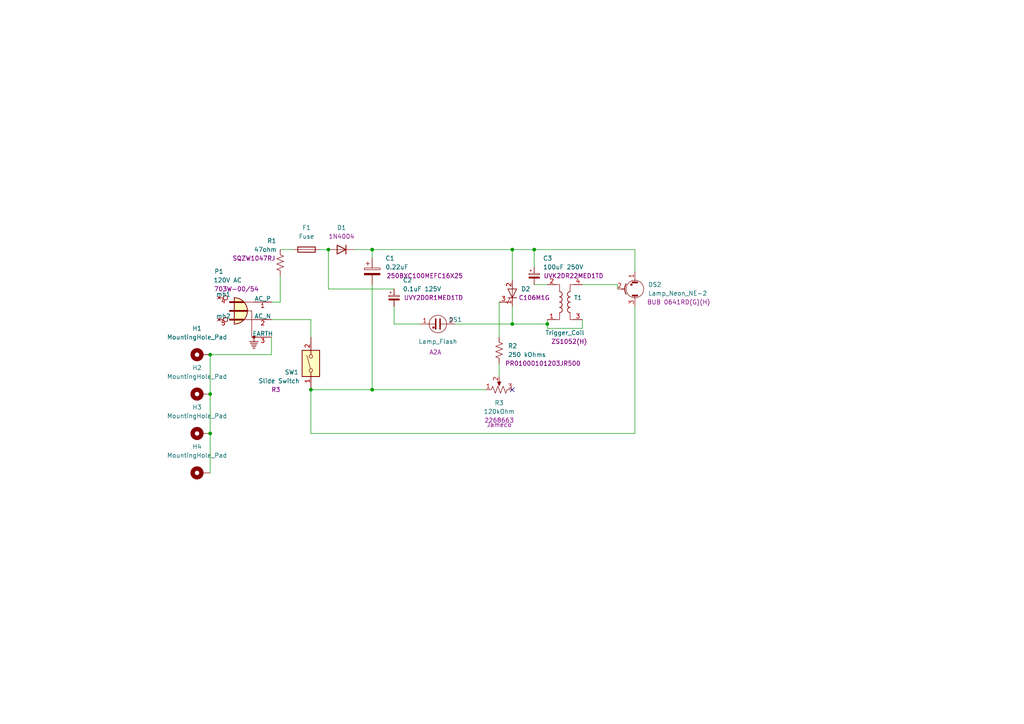
<source format=kicad_sch>
(kicad_sch (version 20211123) (generator eeschema)

  (uuid 9f4d4cbe-3e18-40bd-a5bd-27b74c8f4bb2)

  (paper "A4")

  (lib_symbols
    (symbol "Connector:Conn_WallPlug_Earth" (pin_names (offset 0)) (in_bom yes) (on_board yes)
      (property "Reference" "P1" (id 0) (at -7.62 11.43 0)
        (effects (font (size 1.27 1.27)))
      )
      (property "Value" "120V AC" (id 1) (at -5.08 8.89 0)
        (effects (font (size 1.27 1.27)))
      )
      (property "Footprint" "MyInv:703W-00_54" (id 2) (at 10.16 0 0)
        (effects (font (size 1.27 1.27)) hide)
      )
      (property "Datasheet" "https://www.qualtekusa.com/images/AC_Receptacles/pdfs/703w0054.pdf" (id 3) (at 10.16 0 0)
        (effects (font (size 1.27 1.27)) hide)
      )
      (property "Part" "703W-00/54" (id 4) (at -2.54 6.35 0)
        (effects (font (size 1.27 1.27)))
      )
      (property "ki_keywords" "wall plug 110VAC 220VAC" (id 5) (at 0 0 0)
        (effects (font (size 1.27 1.27)) hide)
      )
      (property "ki_description" "3-pin general wall plug, with Earth wire (110VAC, 220VAC)" (id 6) (at 0 0 0)
        (effects (font (size 1.27 1.27)) hide)
      )
      (symbol "Conn_WallPlug_Earth_0_1"
        (arc (start -3.175 -3.81) (mid 0.635 0) (end -3.175 3.81)
          (stroke (width 0.254) (type default) (color 0 0 0 0))
          (fill (type background))
        )
        (polyline
          (pts
            (xy -4.445 -2.54)
            (xy -0.635 -2.54)
          )
          (stroke (width 0.508) (type default) (color 0 0 0 0))
          (fill (type none))
        )
        (polyline
          (pts
            (xy -4.445 0)
            (xy 0.508 0)
          )
          (stroke (width 0.508) (type default) (color 0 0 0 0))
          (fill (type none))
        )
        (polyline
          (pts
            (xy -4.445 2.54)
            (xy -0.635 2.54)
          )
          (stroke (width 0.508) (type default) (color 0 0 0 0))
          (fill (type none))
        )
        (polyline
          (pts
            (xy -3.175 -3.81)
            (xy -3.175 3.81)
          )
          (stroke (width 0.254) (type default) (color 0 0 0 0))
          (fill (type none))
        )
        (polyline
          (pts
            (xy -0.635 -2.54)
            (xy 2.54 -2.54)
          )
          (stroke (width 0) (type default) (color 0 0 0 0))
          (fill (type none))
        )
        (polyline
          (pts
            (xy -0.635 2.54)
            (xy 2.54 2.54)
          )
          (stroke (width 0) (type default) (color 0 0 0 0))
          (fill (type none))
        )
        (polyline
          (pts
            (xy 1.524 -9.398)
            (xy 3.556 -9.398)
          )
          (stroke (width 0.2032) (type default) (color 0 0 0 0))
          (fill (type none))
        )
        (polyline
          (pts
            (xy 1.778 -9.906)
            (xy 3.302 -9.906)
          )
          (stroke (width 0.2032) (type default) (color 0 0 0 0))
          (fill (type none))
        )
        (polyline
          (pts
            (xy 2.032 -10.414)
            (xy 3.048 -10.414)
          )
          (stroke (width 0.2032) (type default) (color 0 0 0 0))
          (fill (type none))
        )
        (polyline
          (pts
            (xy 2.286 -10.922)
            (xy 2.794 -10.922)
          )
          (stroke (width 0.2032) (type default) (color 0 0 0 0))
          (fill (type none))
        )
        (polyline
          (pts
            (xy 2.54 -7.62)
            (xy 2.54 -8.89)
          )
          (stroke (width 0.2032) (type default) (color 0 0 0 0))
          (fill (type none))
        )
        (polyline
          (pts
            (xy 3.81 -8.89)
            (xy 1.27 -8.89)
          )
          (stroke (width 0.2032) (type default) (color 0 0 0 0))
          (fill (type none))
        )
        (polyline
          (pts
            (xy 2.54 -7.62)
            (xy 1.905 -7.62)
            (xy 1.905 0)
            (xy -4.445 0)
          )
          (stroke (width 0) (type default) (color 0 0 0 0))
          (fill (type none))
        )
        (circle (center 2.54 -7.62) (radius 0.3556)
          (stroke (width 0) (type default) (color 0 0 0 0))
          (fill (type outline))
        )
      )
      (symbol "Conn_WallPlug_Earth_1_1"
        (pin power_out line (at 7.62 2.54 180) (length 5.08)
          (name "AC_P" (effects (font (size 1.27 1.27))))
          (number "1" (effects (font (size 1.27 1.27))))
        )
        (pin power_out line (at 7.62 -2.54 180) (length 5.08)
          (name "AC_N" (effects (font (size 1.27 1.27))))
          (number "2" (effects (font (size 1.27 1.27))))
        )
        (pin passive line (at 7.62 -7.62 180) (length 5.08)
          (name "EARTH" (effects (font (size 1.27 1.27))))
          (number "3" (effects (font (size 1.27 1.27))))
        )
        (pin no_connect inverted (at -7.62 3.81 0) (length 2.54)
          (name "mh1" (effects (font (size 1.27 1.27))))
          (number "4" (effects (font (size 1.27 1.27))))
        )
        (pin no_connect inverted (at -7.62 -2.54 0) (length 2.54)
          (name "mh2" (effects (font (size 1.27 1.27))))
          (number "5" (effects (font (size 1.27 1.27))))
        )
      )
    )
    (symbol "Device:C_Polarized" (pin_numbers hide) (pin_names (offset 0.254)) (in_bom yes) (on_board yes)
      (property "Reference" "C" (id 0) (at 0.635 2.54 0)
        (effects (font (size 1.27 1.27)) (justify left))
      )
      (property "Value" "C_Polarized" (id 1) (at 0.635 -2.54 0)
        (effects (font (size 1.27 1.27)) (justify left))
      )
      (property "Footprint" "" (id 2) (at 0.9652 -3.81 0)
        (effects (font (size 1.27 1.27)) hide)
      )
      (property "Datasheet" "~" (id 3) (at 0 0 0)
        (effects (font (size 1.27 1.27)) hide)
      )
      (property "ki_keywords" "cap capacitor" (id 4) (at 0 0 0)
        (effects (font (size 1.27 1.27)) hide)
      )
      (property "ki_description" "Polarized capacitor" (id 5) (at 0 0 0)
        (effects (font (size 1.27 1.27)) hide)
      )
      (property "ki_fp_filters" "CP_*" (id 6) (at 0 0 0)
        (effects (font (size 1.27 1.27)) hide)
      )
      (symbol "C_Polarized_0_1"
        (rectangle (start -2.286 0.508) (end 2.286 1.016)
          (stroke (width 0) (type default) (color 0 0 0 0))
          (fill (type none))
        )
        (polyline
          (pts
            (xy -1.778 2.286)
            (xy -0.762 2.286)
          )
          (stroke (width 0) (type default) (color 0 0 0 0))
          (fill (type none))
        )
        (polyline
          (pts
            (xy -1.27 2.794)
            (xy -1.27 1.778)
          )
          (stroke (width 0) (type default) (color 0 0 0 0))
          (fill (type none))
        )
        (rectangle (start 2.286 -0.508) (end -2.286 -1.016)
          (stroke (width 0) (type default) (color 0 0 0 0))
          (fill (type outline))
        )
      )
      (symbol "C_Polarized_1_1"
        (pin passive line (at 0 3.81 270) (length 2.794)
          (name "~" (effects (font (size 1.27 1.27))))
          (number "1" (effects (font (size 1.27 1.27))))
        )
        (pin passive line (at 0 -3.81 90) (length 2.794)
          (name "~" (effects (font (size 1.27 1.27))))
          (number "2" (effects (font (size 1.27 1.27))))
        )
      )
    )
    (symbol "Device:C_Polarized_Small" (pin_numbers hide) (pin_names (offset 0.254) hide) (in_bom yes) (on_board yes)
      (property "Reference" "C" (id 0) (at 0.254 1.778 0)
        (effects (font (size 1.27 1.27)) (justify left))
      )
      (property "Value" "C_Polarized_Small" (id 1) (at 0.254 -2.032 0)
        (effects (font (size 1.27 1.27)) (justify left))
      )
      (property "Footprint" "" (id 2) (at 0 0 0)
        (effects (font (size 1.27 1.27)) hide)
      )
      (property "Datasheet" "~" (id 3) (at 0 0 0)
        (effects (font (size 1.27 1.27)) hide)
      )
      (property "ki_keywords" "cap capacitor" (id 4) (at 0 0 0)
        (effects (font (size 1.27 1.27)) hide)
      )
      (property "ki_description" "Polarized capacitor, small symbol" (id 5) (at 0 0 0)
        (effects (font (size 1.27 1.27)) hide)
      )
      (property "ki_fp_filters" "CP_*" (id 6) (at 0 0 0)
        (effects (font (size 1.27 1.27)) hide)
      )
      (symbol "C_Polarized_Small_0_1"
        (rectangle (start -1.524 -0.3048) (end 1.524 -0.6858)
          (stroke (width 0) (type default) (color 0 0 0 0))
          (fill (type outline))
        )
        (rectangle (start -1.524 0.6858) (end 1.524 0.3048)
          (stroke (width 0) (type default) (color 0 0 0 0))
          (fill (type none))
        )
        (polyline
          (pts
            (xy -1.27 1.524)
            (xy -0.762 1.524)
          )
          (stroke (width 0) (type default) (color 0 0 0 0))
          (fill (type none))
        )
        (polyline
          (pts
            (xy -1.016 1.27)
            (xy -1.016 1.778)
          )
          (stroke (width 0) (type default) (color 0 0 0 0))
          (fill (type none))
        )
      )
      (symbol "C_Polarized_Small_1_1"
        (pin passive line (at 0 2.54 270) (length 1.8542)
          (name "~" (effects (font (size 1.27 1.27))))
          (number "1" (effects (font (size 1.27 1.27))))
        )
        (pin passive line (at 0 -2.54 90) (length 1.8542)
          (name "~" (effects (font (size 1.27 1.27))))
          (number "2" (effects (font (size 1.27 1.27))))
        )
      )
    )
    (symbol "Device:Fuse" (pin_numbers hide) (pin_names (offset 0)) (in_bom yes) (on_board yes)
      (property "Reference" "F" (id 0) (at 2.032 0 90)
        (effects (font (size 1.27 1.27)))
      )
      (property "Value" "Fuse" (id 1) (at -1.905 0 90)
        (effects (font (size 1.27 1.27)))
      )
      (property "Footprint" "" (id 2) (at -1.778 0 90)
        (effects (font (size 1.27 1.27)) hide)
      )
      (property "Datasheet" "~" (id 3) (at 0 0 0)
        (effects (font (size 1.27 1.27)) hide)
      )
      (property "ki_keywords" "fuse" (id 4) (at 0 0 0)
        (effects (font (size 1.27 1.27)) hide)
      )
      (property "ki_description" "Fuse" (id 5) (at 0 0 0)
        (effects (font (size 1.27 1.27)) hide)
      )
      (property "ki_fp_filters" "*Fuse*" (id 6) (at 0 0 0)
        (effects (font (size 1.27 1.27)) hide)
      )
      (symbol "Fuse_0_1"
        (rectangle (start -0.762 -2.54) (end 0.762 2.54)
          (stroke (width 0.254) (type default) (color 0 0 0 0))
          (fill (type none))
        )
        (polyline
          (pts
            (xy 0 2.54)
            (xy 0 -2.54)
          )
          (stroke (width 0) (type default) (color 0 0 0 0))
          (fill (type none))
        )
      )
      (symbol "Fuse_1_1"
        (pin passive line (at 0 3.81 270) (length 1.27)
          (name "~" (effects (font (size 1.27 1.27))))
          (number "1" (effects (font (size 1.27 1.27))))
        )
        (pin passive line (at 0 -3.81 90) (length 1.27)
          (name "~" (effects (font (size 1.27 1.27))))
          (number "2" (effects (font (size 1.27 1.27))))
        )
      )
    )
    (symbol "Device:Lamp_Flash" (pin_names (offset 0.0254) hide) (in_bom yes) (on_board yes)
      (property "Reference" "LA" (id 0) (at 0.635 3.81 0)
        (effects (font (size 1.27 1.27)) (justify left))
      )
      (property "Value" "Lamp_Flash" (id 1) (at 0.635 -3.81 0)
        (effects (font (size 1.27 1.27)) (justify left))
      )
      (property "Footprint" "" (id 2) (at 0 2.54 90)
        (effects (font (size 1.27 1.27)) hide)
      )
      (property "Datasheet" "~" (id 3) (at 0 2.54 90)
        (effects (font (size 1.27 1.27)) hide)
      )
      (property "ki_keywords" "flash lamp" (id 4) (at 0 0 0)
        (effects (font (size 1.27 1.27)) hide)
      )
      (property "ki_description" "Flash lamp tube" (id 5) (at 0 0 0)
        (effects (font (size 1.27 1.27)) hide)
      )
      (symbol "Lamp_Flash_0_0"
        (rectangle (start -0.762 -1.778) (end 0.762 -2.032)
          (stroke (width 0.254) (type default) (color 0 0 0 0))
          (fill (type outline))
        )
        (rectangle (start -0.762 2.032) (end 0.762 1.778)
          (stroke (width 0.254) (type default) (color 0 0 0 0))
          (fill (type outline))
        )
        (polyline
          (pts
            (xy 3.048 0)
            (xy 3.81 0)
          )
          (stroke (width 0.254) (type default) (color 0 0 0 0))
          (fill (type none))
        )
        (arc (start 2.54 -1.524) (mid 2.9621 0) (end 2.54 1.524)
          (stroke (width 0.254) (type default) (color 0 0 0 0))
          (fill (type none))
        )
      )
      (symbol "Lamp_Flash_0_1"
        (polyline
          (pts
            (xy 0 -2.54)
            (xy 0 -2.032)
          )
          (stroke (width 0) (type default) (color 0 0 0 0))
          (fill (type none))
        )
        (polyline
          (pts
            (xy 0 2.54)
            (xy 0 2.032)
          )
          (stroke (width 0) (type default) (color 0 0 0 0))
          (fill (type none))
        )
        (circle (center 0 0) (radius 2.54)
          (stroke (width 0) (type default) (color 0 0 0 0))
          (fill (type none))
        )
        (circle (center 1.016 -1.27) (radius 0.254)
          (stroke (width 0) (type default) (color 0 0 0 0))
          (fill (type outline))
        )
      )
      (symbol "Lamp_Flash_1_1"
        (pin passive line (at 0 -5.08 90) (length 2.54)
          (name "~" (effects (font (size 1.27 1.27))))
          (number "1" (effects (font (size 1.27 1.27))))
        )
        (pin passive line (at 5.08 0 180) (length 1.27)
          (name "~" (effects (font (size 1.27 1.27))))
          (number "2" (effects (font (size 1.27 1.27))))
        )
        (pin passive line (at 0 5.08 270) (length 2.54)
          (name "~" (effects (font (size 1.27 1.27))))
          (number "3" (effects (font (size 1.27 1.27))))
        )
      )
    )
    (symbol "Device:Lamp_Neon" (pin_names (offset 0.0254) hide) (in_bom yes) (on_board yes)
      (property "Reference" "NE" (id 0) (at 0.635 3.81 0)
        (effects (font (size 1.27 1.27)) (justify left))
      )
      (property "Value" "Lamp_Neon" (id 1) (at 0.635 -3.81 0)
        (effects (font (size 1.27 1.27)) (justify left))
      )
      (property "Footprint" "" (id 2) (at 0 2.54 90)
        (effects (font (size 1.27 1.27)) hide)
      )
      (property "Datasheet" "~" (id 3) (at 0 2.54 90)
        (effects (font (size 1.27 1.27)) hide)
      )
      (property "ki_keywords" "neon lamp" (id 4) (at 0 0 0)
        (effects (font (size 1.27 1.27)) hide)
      )
      (property "ki_description" "Neon lamp" (id 5) (at 0 0 0)
        (effects (font (size 1.27 1.27)) hide)
      )
      (symbol "Lamp_Neon_0_1"
        (rectangle (start -1.524 -0.508) (end 1.524 -0.762)
          (stroke (width 0) (type default) (color 0 0 0 0))
          (fill (type outline))
        )
        (rectangle (start -1.524 0.762) (end 1.524 0.508)
          (stroke (width 0) (type default) (color 0 0 0 0))
          (fill (type outline))
        )
        (polyline
          (pts
            (xy 0 -2.54)
            (xy 0 -0.762)
          )
          (stroke (width 0) (type default) (color 0 0 0 0))
          (fill (type none))
        )
        (polyline
          (pts
            (xy 0 0.762)
            (xy 0 2.54)
          )
          (stroke (width 0) (type default) (color 0 0 0 0))
          (fill (type none))
        )
        (circle (center 0 0) (radius 2.54)
          (stroke (width 0) (type default) (color 0 0 0 0))
          (fill (type none))
        )
        (circle (center 1.016 -1.27) (radius 0.254)
          (stroke (width 0) (type default) (color 0 0 0 0))
          (fill (type outline))
        )
      )
      (symbol "Lamp_Neon_1_1"
        (pin passive line (at 0 -5.08 90) (length 2.54)
          (name "~" (effects (font (size 1.27 1.27))))
          (number "1" (effects (font (size 1.27 1.27))))
        )
        (pin passive line (at 0 5.08 270) (length 2.54)
          (name "~" (effects (font (size 1.27 1.27))))
          (number "2" (effects (font (size 1.27 1.27))))
        )
      )
    )
    (symbol "Device:R_Potentiometer_US" (pin_names (offset 1.016) hide) (in_bom yes) (on_board yes)
      (property "Reference" "RV" (id 0) (at -4.445 0 90)
        (effects (font (size 1.27 1.27)))
      )
      (property "Value" "R_Potentiometer_US" (id 1) (at -2.54 0 90)
        (effects (font (size 1.27 1.27)))
      )
      (property "Footprint" "" (id 2) (at 0 0 0)
        (effects (font (size 1.27 1.27)) hide)
      )
      (property "Datasheet" "~" (id 3) (at 0 0 0)
        (effects (font (size 1.27 1.27)) hide)
      )
      (property "ki_keywords" "resistor variable" (id 4) (at 0 0 0)
        (effects (font (size 1.27 1.27)) hide)
      )
      (property "ki_description" "Potentiometer, US symbol" (id 5) (at 0 0 0)
        (effects (font (size 1.27 1.27)) hide)
      )
      (property "ki_fp_filters" "Potentiometer*" (id 6) (at 0 0 0)
        (effects (font (size 1.27 1.27)) hide)
      )
      (symbol "R_Potentiometer_US_0_1"
        (polyline
          (pts
            (xy 0 -2.286)
            (xy 0 -2.54)
          )
          (stroke (width 0) (type default) (color 0 0 0 0))
          (fill (type none))
        )
        (polyline
          (pts
            (xy 0 2.54)
            (xy 0 2.286)
          )
          (stroke (width 0) (type default) (color 0 0 0 0))
          (fill (type none))
        )
        (polyline
          (pts
            (xy 2.54 0)
            (xy 1.524 0)
          )
          (stroke (width 0) (type default) (color 0 0 0 0))
          (fill (type none))
        )
        (polyline
          (pts
            (xy 1.143 0)
            (xy 2.286 0.508)
            (xy 2.286 -0.508)
            (xy 1.143 0)
          )
          (stroke (width 0) (type default) (color 0 0 0 0))
          (fill (type outline))
        )
        (polyline
          (pts
            (xy 0 -0.762)
            (xy 1.016 -1.143)
            (xy 0 -1.524)
            (xy -1.016 -1.905)
            (xy 0 -2.286)
          )
          (stroke (width 0) (type default) (color 0 0 0 0))
          (fill (type none))
        )
        (polyline
          (pts
            (xy 0 0.762)
            (xy 1.016 0.381)
            (xy 0 0)
            (xy -1.016 -0.381)
            (xy 0 -0.762)
          )
          (stroke (width 0) (type default) (color 0 0 0 0))
          (fill (type none))
        )
        (polyline
          (pts
            (xy 0 2.286)
            (xy 1.016 1.905)
            (xy 0 1.524)
            (xy -1.016 1.143)
            (xy 0 0.762)
          )
          (stroke (width 0) (type default) (color 0 0 0 0))
          (fill (type none))
        )
      )
      (symbol "R_Potentiometer_US_1_1"
        (pin passive line (at 0 3.81 270) (length 1.27)
          (name "1" (effects (font (size 1.27 1.27))))
          (number "1" (effects (font (size 1.27 1.27))))
        )
        (pin passive line (at 3.81 0 180) (length 1.27)
          (name "2" (effects (font (size 1.27 1.27))))
          (number "2" (effects (font (size 1.27 1.27))))
        )
        (pin passive line (at 0 -3.81 90) (length 1.27)
          (name "3" (effects (font (size 1.27 1.27))))
          (number "3" (effects (font (size 1.27 1.27))))
        )
      )
    )
    (symbol "Device:R_US" (pin_numbers hide) (pin_names (offset 0)) (in_bom yes) (on_board yes)
      (property "Reference" "R" (id 0) (at 2.54 0 90)
        (effects (font (size 1.27 1.27)))
      )
      (property "Value" "R_US" (id 1) (at -2.54 0 90)
        (effects (font (size 1.27 1.27)))
      )
      (property "Footprint" "" (id 2) (at 1.016 -0.254 90)
        (effects (font (size 1.27 1.27)) hide)
      )
      (property "Datasheet" "~" (id 3) (at 0 0 0)
        (effects (font (size 1.27 1.27)) hide)
      )
      (property "ki_keywords" "R res resistor" (id 4) (at 0 0 0)
        (effects (font (size 1.27 1.27)) hide)
      )
      (property "ki_description" "Resistor, US symbol" (id 5) (at 0 0 0)
        (effects (font (size 1.27 1.27)) hide)
      )
      (property "ki_fp_filters" "R_*" (id 6) (at 0 0 0)
        (effects (font (size 1.27 1.27)) hide)
      )
      (symbol "R_US_0_1"
        (polyline
          (pts
            (xy 0 -2.286)
            (xy 0 -2.54)
          )
          (stroke (width 0) (type default) (color 0 0 0 0))
          (fill (type none))
        )
        (polyline
          (pts
            (xy 0 2.286)
            (xy 0 2.54)
          )
          (stroke (width 0) (type default) (color 0 0 0 0))
          (fill (type none))
        )
        (polyline
          (pts
            (xy 0 -0.762)
            (xy 1.016 -1.143)
            (xy 0 -1.524)
            (xy -1.016 -1.905)
            (xy 0 -2.286)
          )
          (stroke (width 0) (type default) (color 0 0 0 0))
          (fill (type none))
        )
        (polyline
          (pts
            (xy 0 0.762)
            (xy 1.016 0.381)
            (xy 0 0)
            (xy -1.016 -0.381)
            (xy 0 -0.762)
          )
          (stroke (width 0) (type default) (color 0 0 0 0))
          (fill (type none))
        )
        (polyline
          (pts
            (xy 0 2.286)
            (xy 1.016 1.905)
            (xy 0 1.524)
            (xy -1.016 1.143)
            (xy 0 0.762)
          )
          (stroke (width 0) (type default) (color 0 0 0 0))
          (fill (type none))
        )
      )
      (symbol "R_US_1_1"
        (pin passive line (at 0 3.81 270) (length 1.27)
          (name "~" (effects (font (size 1.27 1.27))))
          (number "1" (effects (font (size 1.27 1.27))))
        )
        (pin passive line (at 0 -3.81 90) (length 1.27)
          (name "~" (effects (font (size 1.27 1.27))))
          (number "2" (effects (font (size 1.27 1.27))))
        )
      )
    )
    (symbol "Diode:1N4004" (pin_numbers hide) (pin_names (offset 1.016) hide) (in_bom yes) (on_board yes)
      (property "Reference" "D" (id 0) (at 0 2.54 0)
        (effects (font (size 1.27 1.27)))
      )
      (property "Value" "1N4004" (id 1) (at 0 -2.54 0)
        (effects (font (size 1.27 1.27)))
      )
      (property "Footprint" "Diode_THT:D_DO-41_SOD81_P10.16mm_Horizontal" (id 2) (at 0 -4.445 0)
        (effects (font (size 1.27 1.27)) hide)
      )
      (property "Datasheet" "http://www.vishay.com/docs/88503/1n4001.pdf" (id 3) (at 0 0 0)
        (effects (font (size 1.27 1.27)) hide)
      )
      (property "ki_keywords" "diode" (id 4) (at 0 0 0)
        (effects (font (size 1.27 1.27)) hide)
      )
      (property "ki_description" "400V 1A General Purpose Rectifier Diode, DO-41" (id 5) (at 0 0 0)
        (effects (font (size 1.27 1.27)) hide)
      )
      (property "ki_fp_filters" "D*DO?41*" (id 6) (at 0 0 0)
        (effects (font (size 1.27 1.27)) hide)
      )
      (symbol "1N4004_0_1"
        (polyline
          (pts
            (xy -1.27 1.27)
            (xy -1.27 -1.27)
          )
          (stroke (width 0.254) (type default) (color 0 0 0 0))
          (fill (type none))
        )
        (polyline
          (pts
            (xy 1.27 0)
            (xy -1.27 0)
          )
          (stroke (width 0) (type default) (color 0 0 0 0))
          (fill (type none))
        )
        (polyline
          (pts
            (xy 1.27 1.27)
            (xy 1.27 -1.27)
            (xy -1.27 0)
            (xy 1.27 1.27)
          )
          (stroke (width 0.254) (type default) (color 0 0 0 0))
          (fill (type none))
        )
      )
      (symbol "1N4004_1_1"
        (pin passive line (at -3.81 0 0) (length 2.54)
          (name "K" (effects (font (size 1.27 1.27))))
          (number "1" (effects (font (size 1.27 1.27))))
        )
        (pin passive line (at 3.81 0 180) (length 2.54)
          (name "A" (effects (font (size 1.27 1.27))))
          (number "2" (effects (font (size 1.27 1.27))))
        )
      )
    )
    (symbol "Mechanical:MountingHole_Pad" (pin_numbers hide) (pin_names (offset 1.016) hide) (in_bom yes) (on_board yes)
      (property "Reference" "H" (id 0) (at 0 6.35 0)
        (effects (font (size 1.27 1.27)))
      )
      (property "Value" "MountingHole_Pad" (id 1) (at 0 4.445 0)
        (effects (font (size 1.27 1.27)))
      )
      (property "Footprint" "" (id 2) (at 0 0 0)
        (effects (font (size 1.27 1.27)) hide)
      )
      (property "Datasheet" "~" (id 3) (at 0 0 0)
        (effects (font (size 1.27 1.27)) hide)
      )
      (property "ki_keywords" "mounting hole" (id 4) (at 0 0 0)
        (effects (font (size 1.27 1.27)) hide)
      )
      (property "ki_description" "Mounting Hole with connection" (id 5) (at 0 0 0)
        (effects (font (size 1.27 1.27)) hide)
      )
      (property "ki_fp_filters" "MountingHole*Pad*" (id 6) (at 0 0 0)
        (effects (font (size 1.27 1.27)) hide)
      )
      (symbol "MountingHole_Pad_0_1"
        (circle (center 0 1.27) (radius 1.27)
          (stroke (width 1.27) (type default) (color 0 0 0 0))
          (fill (type none))
        )
      )
      (symbol "MountingHole_Pad_1_1"
        (pin input line (at 0 -2.54 90) (length 2.54)
          (name "1" (effects (font (size 1.27 1.27))))
          (number "1" (effects (font (size 1.27 1.27))))
        )
      )
    )
    (symbol "My_Inv:Trigger_Coil" (pin_names (offset 1)) (in_bom yes) (on_board yes)
      (property "Reference" "T" (id 0) (at 0 0 0)
        (effects (font (size 1.27 1.27)))
      )
      (property "Value" "Trigger_Coil" (id 1) (at 0 0 0)
        (effects (font (size 1.27 1.27)))
      )
      (property "Footprint" "" (id 2) (at 0 0 0)
        (effects (font (size 1.27 1.27)) hide)
      )
      (property "Datasheet" "" (id 3) (at 0 0 0)
        (effects (font (size 1.27 1.27)) hide)
      )
      (symbol "Trigger_Coil_0_1"
        (arc (start -1.524 4.572) (mid -0.762 5.334) (end -1.524 6.096)
          (stroke (width 0.2032) (type default) (color 0 0 0 0))
          (fill (type none))
        )
        (arc (start -1.524 6.096) (mid -0.762 6.858) (end -1.524 7.62)
          (stroke (width 0.2032) (type default) (color 0 0 0 0))
          (fill (type none))
        )
        (arc (start -1.524 7.62) (mid -0.762 8.382) (end -1.524 9.144)
          (stroke (width 0.2032) (type default) (color 0 0 0 0))
          (fill (type none))
        )
        (arc (start -1.524 9.144) (mid -0.762 9.906) (end -1.524 10.668)
          (stroke (width 0.2032) (type default) (color 0 0 0 0))
          (fill (type none))
        )
        (polyline
          (pts
            (xy -2.54 12.7)
            (xy -1.524 12.7)
            (xy -1.524 10.668)
          )
          (stroke (width 0.1524) (type default) (color 0 0 0 0))
          (fill (type none))
        )
        (polyline
          (pts
            (xy -1.524 4.572)
            (xy -1.524 2.54)
            (xy -2.54 2.54)
          )
          (stroke (width 0.1524) (type default) (color 0 0 0 0))
          (fill (type none))
        )
        (polyline
          (pts
            (xy 1.524 10.668)
            (xy 1.524 12.7)
            (xy 2.54 12.7)
          )
          (stroke (width 0.1524) (type default) (color 0 0 0 0))
          (fill (type none))
        )
        (polyline
          (pts
            (xy 2.54 2.54)
            (xy 1.524 2.54)
            (xy 1.524 4.572)
          )
          (stroke (width 0.1524) (type default) (color 0 0 0 0))
          (fill (type none))
        )
        (arc (start 1.524 6.096) (mid 0.762 5.334) (end 1.524 4.572)
          (stroke (width 0.2032) (type default) (color 0 0 0 0))
          (fill (type none))
        )
        (arc (start 1.524 7.62) (mid 0.762 6.858) (end 1.524 6.096)
          (stroke (width 0.2032) (type default) (color 0 0 0 0))
          (fill (type none))
        )
        (arc (start 1.524 9.144) (mid 0.762 8.382) (end 1.524 7.62)
          (stroke (width 0.2032) (type default) (color 0 0 0 0))
          (fill (type none))
        )
        (arc (start 1.524 10.668) (mid 0.762 9.906) (end 1.524 9.144)
          (stroke (width 0.2032) (type default) (color 0 0 0 0))
          (fill (type none))
        )
      )
      (symbol "Trigger_Coil_1_1"
        (pin power_in line (at -5.08 2.54 0) (length 2.54)
          (name "~" (effects (font (size 1.27 1.27))))
          (number "1" (effects (font (size 1.27 1.27))))
        )
        (pin power_in line (at -5.08 12.7 0) (length 2.54)
          (name "~" (effects (font (size 1.27 1.27))))
          (number "2" (effects (font (size 1.27 1.27))))
        )
        (pin power_out line (at 5.08 2.54 180) (length 2.54)
          (name "~" (effects (font (size 1.27 1.27))))
          (number "3" (effects (font (size 1.27 1.27))))
        )
        (pin power_out line (at 5.08 12.7 180) (length 2.54)
          (name "~" (effects (font (size 1.27 1.27))))
          (number "4" (effects (font (size 1.27 1.27))))
        )
      )
    )
    (symbol "Switch:SW_DIP_x01" (pin_names (offset 0) hide) (in_bom yes) (on_board yes)
      (property "Reference" "SW" (id 0) (at 0 3.81 0)
        (effects (font (size 1.27 1.27)))
      )
      (property "Value" "SW_DIP_x01" (id 1) (at 0 -3.81 0)
        (effects (font (size 1.27 1.27)))
      )
      (property "Footprint" "" (id 2) (at 0 0 0)
        (effects (font (size 1.27 1.27)) hide)
      )
      (property "Datasheet" "~" (id 3) (at 0 0 0)
        (effects (font (size 1.27 1.27)) hide)
      )
      (property "ki_keywords" "dip switch" (id 4) (at 0 0 0)
        (effects (font (size 1.27 1.27)) hide)
      )
      (property "ki_description" "1x DIP Switch, Single Pole Single Throw (SPST) switch, small symbol" (id 5) (at 0 0 0)
        (effects (font (size 1.27 1.27)) hide)
      )
      (property "ki_fp_filters" "SW?DIP?x1*" (id 6) (at 0 0 0)
        (effects (font (size 1.27 1.27)) hide)
      )
      (symbol "SW_DIP_x01_0_0"
        (circle (center -2.032 0) (radius 0.508)
          (stroke (width 0) (type default) (color 0 0 0 0))
          (fill (type none))
        )
        (polyline
          (pts
            (xy -1.524 0.127)
            (xy 2.3622 1.1684)
          )
          (stroke (width 0) (type default) (color 0 0 0 0))
          (fill (type none))
        )
        (circle (center 2.032 0) (radius 0.508)
          (stroke (width 0) (type default) (color 0 0 0 0))
          (fill (type none))
        )
      )
      (symbol "SW_DIP_x01_0_1"
        (rectangle (start -3.81 2.54) (end 3.81 -2.54)
          (stroke (width 0.254) (type default) (color 0 0 0 0))
          (fill (type background))
        )
      )
      (symbol "SW_DIP_x01_1_1"
        (pin passive line (at -7.62 0 0) (length 5.08)
          (name "~" (effects (font (size 1.27 1.27))))
          (number "1" (effects (font (size 1.27 1.27))))
        )
        (pin passive line (at 7.62 0 180) (length 5.08)
          (name "~" (effects (font (size 1.27 1.27))))
          (number "2" (effects (font (size 1.27 1.27))))
        )
      )
    )
    (symbol "Triac_Thyristor:TIC106" (pin_names (offset 0) hide) (in_bom yes) (on_board yes)
      (property "Reference" "Q" (id 0) (at 2.54 1.905 0)
        (effects (font (size 1.27 1.27)) (justify left))
      )
      (property "Value" "TIC106" (id 1) (at 2.54 0 0)
        (effects (font (size 1.27 1.27)) (justify left))
      )
      (property "Footprint" "Package_TO_SOT_THT:TO-220-3_Vertical" (id 2) (at 2.54 -1.905 0)
        (effects (font (size 1.27 1.27) italic) (justify left) hide)
      )
      (property "Datasheet" "http://pdf.datasheetcatalog.com/datasheet/PowerInnovations/mXyzrtvs.pdf" (id 3) (at 0 0 0)
        (effects (font (size 1.27 1.27)) (justify left) hide)
      )
      (property "ki_keywords" "thyristor" (id 4) (at 0 0 0)
        (effects (font (size 1.27 1.27)) hide)
      )
      (property "ki_description" "5A Ion, 400-800V Voff, Silicon Controlled Rectifier (Thyristor), TO-220" (id 5) (at 0 0 0)
        (effects (font (size 1.27 1.27)) hide)
      )
      (property "ki_fp_filters" "TO?220*" (id 6) (at 0 0 0)
        (effects (font (size 1.27 1.27)) hide)
      )
      (symbol "TIC106_0_1"
        (polyline
          (pts
            (xy -1.27 -2.54)
            (xy -0.635 -1.27)
          )
          (stroke (width 0) (type default) (color 0 0 0 0))
          (fill (type none))
        )
        (polyline
          (pts
            (xy -1.27 -1.27)
            (xy 1.27 -1.27)
          )
          (stroke (width 0.2032) (type default) (color 0 0 0 0))
          (fill (type none))
        )
        (polyline
          (pts
            (xy 0 -2.54)
            (xy 0 2.54)
          )
          (stroke (width 0) (type default) (color 0 0 0 0))
          (fill (type none))
        )
        (polyline
          (pts
            (xy -1.27 1.27)
            (xy 1.27 1.27)
            (xy 0 -1.27)
            (xy -1.27 1.27)
          )
          (stroke (width 0.2032) (type default) (color 0 0 0 0))
          (fill (type none))
        )
      )
      (symbol "TIC106_1_1"
        (pin passive line (at 0 -3.81 90) (length 2.54)
          (name "K" (effects (font (size 1.27 1.27))))
          (number "1" (effects (font (size 1.27 1.27))))
        )
        (pin passive line (at 0 3.81 270) (length 2.54)
          (name "A" (effects (font (size 1.27 1.27))))
          (number "2" (effects (font (size 1.27 1.27))))
        )
        (pin input line (at -3.81 -2.54 0) (length 2.54)
          (name "G" (effects (font (size 1.27 1.27))))
          (number "3" (effects (font (size 1.27 1.27))))
        )
      )
    )
  )

  (junction (at 148.59 72.39) (diameter 0) (color 0 0 0 0)
    (uuid 0d66f0cf-8d91-4136-aafd-2d04597c647c)
  )
  (junction (at 107.95 113.03) (diameter 0) (color 0 0 0 0)
    (uuid 0f60a52b-3476-4741-80bd-7d93bd1b5b2d)
  )
  (junction (at 154.94 72.39) (diameter 0) (color 0 0 0 0)
    (uuid 34734ff1-e928-410a-bac2-6d2ebe20abcc)
  )
  (junction (at 158.75 93.98) (diameter 0) (color 0 0 0 0)
    (uuid 4177d068-2773-400a-9d5f-c45b760eb7ed)
  )
  (junction (at 107.95 72.39) (diameter 0) (color 0 0 0 0)
    (uuid 4ba5a976-c4c1-4873-8732-728ef2eef9fc)
  )
  (junction (at 95.25 72.39) (diameter 0) (color 0 0 0 0)
    (uuid 66f14349-c364-4739-9284-0d24a69d8b38)
  )
  (junction (at 60.96 102.87) (diameter 0) (color 0 0 0 0)
    (uuid 8d5475b2-46ce-4f88-b31a-e9bba1858de3)
  )
  (junction (at 60.96 125.73) (diameter 0) (color 0 0 0 0)
    (uuid 8f9b4987-bc96-4013-9f31-6b1854dffbf5)
  )
  (junction (at 60.96 114.3) (diameter 0) (color 0 0 0 0)
    (uuid b768ce63-4996-422b-9116-078203d480aa)
  )
  (junction (at 148.59 93.98) (diameter 0) (color 0 0 0 0)
    (uuid f69756f2-f2c4-43c1-82a5-013bf672028e)
  )
  (junction (at 90.17 113.03) (diameter 0) (color 0 0 0 0)
    (uuid fc9b92f2-da5a-488a-942d-064d591968c7)
  )

  (no_connect (at 148.59 113.03) (uuid 13499bee-26b3-4055-95f3-61b8ff55c1f4))

  (wire (pts (xy 114.3 93.98) (xy 121.92 93.98))
    (stroke (width 0) (type default) (color 0 0 0 0))
    (uuid 031f2168-4e45-4b54-bae3-4c164cc192b5)
  )
  (wire (pts (xy 90.17 113.03) (xy 107.95 113.03))
    (stroke (width 0) (type default) (color 0 0 0 0))
    (uuid 08bbfb3e-083c-4976-b43b-bcb8ee9531f0)
  )
  (wire (pts (xy 158.75 92.71) (xy 158.75 93.98))
    (stroke (width 0) (type default) (color 0 0 0 0))
    (uuid 17b8ebc8-cb94-4a83-9ae7-b17c21ee04d5)
  )
  (wire (pts (xy 107.95 72.39) (xy 107.95 74.93))
    (stroke (width 0) (type default) (color 0 0 0 0))
    (uuid 1d6b98bc-9413-4bd6-9e60-a3a8f7603c83)
  )
  (wire (pts (xy 60.96 102.87) (xy 60.96 114.3))
    (stroke (width 0) (type default) (color 0 0 0 0))
    (uuid 2dbea410-f6fc-47ea-90fa-8c3f2a015f8a)
  )
  (wire (pts (xy 168.91 82.55) (xy 179.07 82.55))
    (stroke (width 0) (type default) (color 0 0 0 0))
    (uuid 3c8b8c4e-f21c-4aaa-ba49-c34dbbfd6063)
  )
  (wire (pts (xy 158.75 95.25) (xy 168.91 95.25))
    (stroke (width 0) (type default) (color 0 0 0 0))
    (uuid 43f7627f-2434-448c-9b05-703925402e7a)
  )
  (wire (pts (xy 154.94 77.47) (xy 154.94 72.39))
    (stroke (width 0) (type default) (color 0 0 0 0))
    (uuid 4b0cca45-2955-4372-8170-f30d1a7ad2ad)
  )
  (wire (pts (xy 60.96 102.87) (xy 78.74 102.87))
    (stroke (width 0) (type default) (color 0 0 0 0))
    (uuid 5eb1451c-da49-47b1-8ad9-8a17822b9d0a)
  )
  (wire (pts (xy 154.94 72.39) (xy 184.15 72.39))
    (stroke (width 0) (type default) (color 0 0 0 0))
    (uuid 5ff718ad-8180-4b11-9654-0317b25264aa)
  )
  (wire (pts (xy 158.75 93.98) (xy 158.75 95.25))
    (stroke (width 0) (type default) (color 0 0 0 0))
    (uuid 6beaa334-cf31-48ba-83ba-91aafeab1fec)
  )
  (wire (pts (xy 60.96 114.3) (xy 60.96 125.73))
    (stroke (width 0) (type default) (color 0 0 0 0))
    (uuid 6fab4d6e-6fb6-49eb-ab6a-2d4b4f808dc8)
  )
  (wire (pts (xy 148.59 81.28) (xy 148.59 72.39))
    (stroke (width 0) (type default) (color 0 0 0 0))
    (uuid 70003a2e-875f-498e-948a-e2f01aa1e826)
  )
  (wire (pts (xy 144.78 105.41) (xy 144.78 109.22))
    (stroke (width 0) (type default) (color 0 0 0 0))
    (uuid 766b878f-cdd8-4995-b41c-20f5d180d1d9)
  )
  (wire (pts (xy 114.3 83.82) (xy 95.25 83.82))
    (stroke (width 0) (type default) (color 0 0 0 0))
    (uuid 79748d59-e0ba-4b5b-b74e-eda8ff6a4a14)
  )
  (wire (pts (xy 81.28 80.01) (xy 81.28 87.63))
    (stroke (width 0) (type default) (color 0 0 0 0))
    (uuid 7d1ebfe2-7df7-4e94-81a7-53e1a5b2870f)
  )
  (wire (pts (xy 168.91 92.71) (xy 168.91 95.25))
    (stroke (width 0) (type default) (color 0 0 0 0))
    (uuid 7e9ae2b0-5231-471e-82e7-513d333dbec5)
  )
  (wire (pts (xy 148.59 93.98) (xy 158.75 93.98))
    (stroke (width 0) (type default) (color 0 0 0 0))
    (uuid 81f8fa60-309d-45b5-8f00-d028ef0bfaea)
  )
  (wire (pts (xy 81.28 72.39) (xy 85.09 72.39))
    (stroke (width 0) (type default) (color 0 0 0 0))
    (uuid 867980ec-dcfa-488d-a60c-b565b7b46924)
  )
  (wire (pts (xy 148.59 88.9) (xy 148.59 93.98))
    (stroke (width 0) (type default) (color 0 0 0 0))
    (uuid 8ae06cd9-47fd-4bff-a9d8-c88fee81619e)
  )
  (wire (pts (xy 102.87 72.39) (xy 107.95 72.39))
    (stroke (width 0) (type default) (color 0 0 0 0))
    (uuid 8c47dbf9-95a6-407e-88fe-613b6cd187f6)
  )
  (wire (pts (xy 78.74 97.79) (xy 78.74 102.87))
    (stroke (width 0) (type default) (color 0 0 0 0))
    (uuid 94c88076-7947-42c4-b9b3-ca999b92d1c0)
  )
  (wire (pts (xy 78.74 92.71) (xy 90.17 92.71))
    (stroke (width 0) (type default) (color 0 0 0 0))
    (uuid 95fc7a9c-f434-46ed-91ee-9672704c0f02)
  )
  (wire (pts (xy 60.96 125.73) (xy 60.96 137.16))
    (stroke (width 0) (type default) (color 0 0 0 0))
    (uuid 9a24ee6f-f5df-496e-90a4-0e0534a2458a)
  )
  (wire (pts (xy 92.71 72.39) (xy 95.25 72.39))
    (stroke (width 0) (type default) (color 0 0 0 0))
    (uuid 9f508f57-95c3-497d-abfb-225a6e8c959a)
  )
  (wire (pts (xy 107.95 82.55) (xy 107.95 113.03))
    (stroke (width 0) (type default) (color 0 0 0 0))
    (uuid a97ec7ae-23b3-46d5-873c-d5c83a000cb1)
  )
  (wire (pts (xy 132.08 93.98) (xy 148.59 93.98))
    (stroke (width 0) (type default) (color 0 0 0 0))
    (uuid adb09f77-3f72-45f2-baea-98e0317c7d65)
  )
  (wire (pts (xy 144.78 87.63) (xy 144.78 97.79))
    (stroke (width 0) (type default) (color 0 0 0 0))
    (uuid b4bd13c5-21ca-4e27-ab83-53f04cea3851)
  )
  (wire (pts (xy 107.95 72.39) (xy 148.59 72.39))
    (stroke (width 0) (type default) (color 0 0 0 0))
    (uuid b6957af9-3542-4cbb-84ea-d779be7086d4)
  )
  (wire (pts (xy 114.3 88.9) (xy 114.3 93.98))
    (stroke (width 0) (type default) (color 0 0 0 0))
    (uuid b7ee20a0-e4b9-47ce-b2bc-a754451f0be0)
  )
  (wire (pts (xy 154.94 82.55) (xy 158.75 82.55))
    (stroke (width 0) (type default) (color 0 0 0 0))
    (uuid badc98bf-5362-43f2-83aa-4428dc75b7e5)
  )
  (wire (pts (xy 184.15 72.39) (xy 184.15 78.74))
    (stroke (width 0) (type default) (color 0 0 0 0))
    (uuid c41e13f1-d67b-4e7e-935f-e81102a214a5)
  )
  (wire (pts (xy 184.15 125.73) (xy 184.15 88.9))
    (stroke (width 0) (type default) (color 0 0 0 0))
    (uuid cc8ce5b4-0217-4c07-ba96-8e2cd41fd848)
  )
  (wire (pts (xy 90.17 125.73) (xy 184.15 125.73))
    (stroke (width 0) (type default) (color 0 0 0 0))
    (uuid d09bcaa4-29cf-4037-9aaf-8bbe67ba1f0f)
  )
  (wire (pts (xy 95.25 72.39) (xy 95.25 83.82))
    (stroke (width 0) (type default) (color 0 0 0 0))
    (uuid dc48aa7c-da5a-4760-b37d-436a3453507b)
  )
  (wire (pts (xy 148.59 72.39) (xy 154.94 72.39))
    (stroke (width 0) (type default) (color 0 0 0 0))
    (uuid dc908a99-2b0b-4e48-99e7-689837d2ceb7)
  )
  (wire (pts (xy 90.17 113.03) (xy 90.17 125.73))
    (stroke (width 0) (type default) (color 0 0 0 0))
    (uuid debc90e5-9970-406e-a855-76bb797530d1)
  )
  (wire (pts (xy 179.07 82.55) (xy 179.07 83.82))
    (stroke (width 0) (type default) (color 0 0 0 0))
    (uuid e29c142c-4d9f-4432-ace0-2b47e74f7ad1)
  )
  (wire (pts (xy 107.95 113.03) (xy 140.97 113.03))
    (stroke (width 0) (type default) (color 0 0 0 0))
    (uuid f28c25e4-1c27-4c3e-8916-fee39fda400a)
  )
  (wire (pts (xy 90.17 92.71) (xy 90.17 97.79))
    (stroke (width 0) (type default) (color 0 0 0 0))
    (uuid f7136f5b-1505-413a-807a-ea0aeb322270)
  )
  (wire (pts (xy 81.28 87.63) (xy 78.74 87.63))
    (stroke (width 0) (type default) (color 0 0 0 0))
    (uuid f729a952-71a9-4b4c-8f4a-649fef8c2ace)
  )

  (symbol (lib_id "Device:C_Polarized") (at 107.95 78.74 0) (unit 1)
    (in_bom yes) (on_board yes)
    (uuid 0cd49baa-aba6-437d-b52f-e87c8da45813)
    (property "Reference" "C1" (id 0) (at 111.76 74.93 0)
      (effects (font (size 1.27 1.27)) (justify left))
    )
    (property "Value" "0.22uF" (id 1) (at 111.76 77.47 0)
      (effects (font (size 1.27 1.27)) (justify left))
    )
    (property "Footprint" "Capacitor_THT:CP_Radial_D16.0mm_P7.50mm" (id 2) (at 108.9152 82.55 0)
      (effects (font (size 1.27 1.27)) hide)
    )
    (property "Datasheet" "https://www.rubycon.co.jp/wp-content/uploads/catalog-aluminum/BXC.pdf" (id 3) (at 107.95 78.74 0)
      (effects (font (size 1.27 1.27)) hide)
    )
    (property "Part" "250BXC100MEFC16X25" (id 4) (at 123.19 80.01 0))
    (pin "1" (uuid 528b5285-0626-4eab-8a86-ddcdeb5b0fe3))
    (pin "2" (uuid f89987ad-9d7f-48e2-a084-608c5a294108))
  )

  (symbol (lib_id "Triac_Thyristor:TIC106") (at 148.59 85.09 0) (unit 1)
    (in_bom yes) (on_board yes)
    (uuid 1d9d10dd-11e7-4af7-86d0-48ca620f4a35)
    (property "Reference" "D2" (id 0) (at 151.13 83.8199 0)
      (effects (font (size 1.27 1.27)) (justify left))
    )
    (property "Value" "1N4004" (id 1) (at 151.13 86.3599 0)
      (effects (font (size 1.27 1.27)) (justify left) hide)
    )
    (property "Footprint" "Connector_PinHeader_2.54mm:PinHeader_1x03_P2.54mm_Vertical" (id 2) (at 151.13 86.995 0)
      (effects (font (size 1.27 1.27) italic) (justify left) hide)
    )
    (property "Datasheet" "http://pdf.datasheetcatalog.com/datasheet/PowerInnovations/mXyzrtvs.pdf" (id 3) (at 148.59 85.09 0)
      (effects (font (size 1.27 1.27)) (justify left) hide)
    )
    (property "Part" "C106M1G" (id 4) (at 154.94 86.36 0))
    (pin "1" (uuid b951cdba-5c13-4f9c-923f-cea6034aba9d))
    (pin "2" (uuid 7457d5c8-ac56-4493-a245-a2de83c79ac4))
    (pin "3" (uuid 82f068ca-5bae-44c9-a05d-9ec827f42e19))
  )

  (symbol (lib_id "Device:R_Potentiometer_US") (at 144.78 113.03 90) (unit 1)
    (in_bom yes) (on_board yes)
    (uuid 2270a95c-d9f3-4acc-85a3-ee36e3aec54f)
    (property "Reference" "R3" (id 0) (at 144.78 116.84 90))
    (property "Value" "120kOhm" (id 1) (at 144.78 119.38 90))
    (property "Footprint" "Connector_Wire:SolderWire-0.75sqmm_1x02_P7mm_D1.25mm_OD3.5mm_Relief" (id 2) (at 144.78 113.03 0)
      (effects (font (size 1.27 1.27)) hide)
    )
    (property "Datasheet" "https://www.jameco.com/z/RV24A02F-10-15S1-B250K-Taiwan-Alpha-1-2-Watt-24mm-250K-Ohm-Linear-Taper-Potentiometer-with-SPDT-Switch_2268663.html" (id 3) (at 144.78 113.03 0)
      (effects (font (size 1.27 1.27)) hide)
    )
    (property "Part" "2268663" (id 4) (at 144.78 121.92 90))
    (property "Field5" "Jameco" (id 5) (at 144.78 123.19 90))
    (pin "1" (uuid b843b021-1347-493a-acc7-bdc2e4d4fccb))
    (pin "2" (uuid 9ba4543b-9c79-4d98-8307-6624b20cbd1e))
    (pin "3" (uuid dd50b77a-6012-4075-bb29-9b9618744a35))
  )

  (symbol (lib_id "Device:R_US") (at 144.78 101.6 0) (unit 1)
    (in_bom yes) (on_board yes)
    (uuid 23b63cdf-7453-43af-9a16-94f6881a69c0)
    (property "Reference" "R2" (id 0) (at 147.32 100.3299 0)
      (effects (font (size 1.27 1.27)) (justify left))
    )
    (property "Value" "250 kOhms" (id 1) (at 147.32 102.8699 0)
      (effects (font (size 1.27 1.27)) (justify left))
    )
    (property "Footprint" "Resistor_THT:R_Axial_DIN0207_L6.3mm_D2.5mm_P15.24mm_Horizontal" (id 2) (at 145.796 101.854 90)
      (effects (font (size 1.27 1.27)) hide)
    )
    (property "Datasheet" "https://www.vishay.com/docs/28729/pr010203.pdf" (id 3) (at 144.78 101.6 0)
      (effects (font (size 1.27 1.27)) hide)
    )
    (property "Part" "PR01000101203JR500" (id 4) (at 157.48 105.41 0))
    (pin "1" (uuid 489e2dff-d983-44c4-b22c-f8cbfcb3edec))
    (pin "2" (uuid bf6e833a-8d7c-4b33-b1e8-90661d1da1d3))
  )

  (symbol (lib_id "Device:Fuse") (at 88.9 72.39 270) (unit 1)
    (in_bom yes) (on_board yes) (fields_autoplaced)
    (uuid 26e61843-1359-4cf7-b2c7-273c7e37bd77)
    (property "Reference" "F1" (id 0) (at 88.9 66.04 90))
    (property "Value" "Fuse" (id 1) (at 88.9 68.58 90))
    (property "Footprint" "Fuse:Fuse_Littelfuse_395Series" (id 2) (at 88.9 70.612 90)
      (effects (font (size 1.27 1.27)) hide)
    )
    (property "Datasheet" "~" (id 3) (at 88.9 72.39 0)
      (effects (font (size 1.27 1.27)) hide)
    )
    (pin "1" (uuid 9d752f10-33bd-4f6e-9609-36e51b9a7a1e))
    (pin "2" (uuid 9eeb0858-87a0-4834-ba71-b047c5cb135f))
  )

  (symbol (lib_id "Switch:SW_DIP_x01") (at 90.17 105.41 90) (unit 1)
    (in_bom yes) (on_board yes)
    (uuid 4ad4a965-c59f-4f32-8585-ad97e0f4d93f)
    (property "Reference" "SW1" (id 0) (at 82.55 107.95 90)
      (effects (font (size 1.27 1.27)) (justify right))
    )
    (property "Value" "Slide Switch" (id 1) (at 74.93 110.49 90)
      (effects (font (size 1.27 1.27)) (justify right))
    )
    (property "Footprint" "Connector_Wire:SolderWire-0.75sqmm_1x02_P7mm_D1.25mm_OD3.5mm_Relief" (id 2) (at 90.17 105.41 0)
      (effects (font (size 1.27 1.27)) hide)
    )
    (property "Datasheet" "https://www.digikey.com/en/products/detail/c-k/L101011MS02Q/484142" (id 3) (at 90.17 105.41 0)
      (effects (font (size 1.27 1.27)) hide)
    )
    (property "Part" "R3" (id 4) (at 80.01 113.03 90))
    (pin "1" (uuid f296e29a-7e8c-4fd2-872a-5661c8d96f1d))
    (pin "2" (uuid 209017dc-b96d-49fc-abcc-7cd272b97d4c))
  )

  (symbol (lib_id "Device:C_Polarized_Small") (at 114.3 86.36 0) (unit 1)
    (in_bom yes) (on_board yes)
    (uuid 4d2d0e06-0c83-4111-8b3a-3fc66384d840)
    (property "Reference" "C2" (id 0) (at 116.84 81.28 0)
      (effects (font (size 1.27 1.27)) (justify left))
    )
    (property "Value" "0.1uF 125V" (id 1) (at 116.84 83.82 0)
      (effects (font (size 1.27 1.27)) (justify left))
    )
    (property "Footprint" "Capacitor_THT:CP_Radial_D6.3mm_P2.50mm" (id 2) (at 114.3 86.36 0)
      (effects (font (size 1.27 1.27)) hide)
    )
    (property "Datasheet" "~" (id 3) (at 114.3 86.36 0)
      (effects (font (size 1.27 1.27)) hide)
    )
    (property "Part" "UVY2D0R1MED1TD" (id 4) (at 125.73 86.36 0))
    (pin "1" (uuid 5778f9e6-d13e-4948-a352-a9cf7c703694))
    (pin "2" (uuid a4e8d017-f1b6-4372-a042-8c4da8a5c8a6))
  )

  (symbol (lib_id "Device:Lamp_Flash") (at 184.15 83.82 180) (unit 1)
    (in_bom yes) (on_board yes)
    (uuid 5b6046ef-fe69-4693-ab42-9e6f0578326b)
    (property "Reference" "DS2" (id 0) (at 187.96 82.5499 0)
      (effects (font (size 1.27 1.27)) (justify right))
    )
    (property "Value" "Lamp_Neon_NE-2" (id 1) (at 187.96 85.0899 0)
      (effects (font (size 1.27 1.27)) (justify right))
    )
    (property "Footprint" "Connector_Wire:SolderWire-0.75sqmm_1x03_P7mm_D1.25mm_OD3.5mm" (id 2) (at 184.15 86.36 90)
      (effects (font (size 1.27 1.27)) hide)
    )
    (property "Datasheet" "~" (id 3) (at 184.15 86.36 90)
      (effects (font (size 1.27 1.27)) hide)
    )
    (property "Part" "BUB 0641RD(G)(H)" (id 4) (at 196.85 87.63 0))
    (pin "1" (uuid de4275f6-8670-4e43-8be2-973b779f74de))
    (pin "2" (uuid b929c229-1318-4958-8908-a9539470dd93))
    (pin "3" (uuid 3ee7c8d2-c9e0-4675-817d-988fb7094d6c))
  )

  (symbol (lib_id "Device:C_Polarized_Small") (at 154.94 80.01 0) (unit 1)
    (in_bom yes) (on_board yes)
    (uuid 64155de3-186b-411e-bd14-da27bed2d855)
    (property "Reference" "C3" (id 0) (at 157.48 74.93 0)
      (effects (font (size 1.27 1.27)) (justify left))
    )
    (property "Value" "100uF 250V" (id 1) (at 157.48 77.47 0)
      (effects (font (size 1.27 1.27)) (justify left))
    )
    (property "Footprint" "Capacitor_THT:CP_Radial_D6.3mm_P2.50mm" (id 2) (at 154.94 80.01 0)
      (effects (font (size 1.27 1.27)) hide)
    )
    (property "Datasheet" "~" (id 3) (at 154.94 80.01 0)
      (effects (font (size 1.27 1.27)) hide)
    )
    (property "Part" "UVK2DR22MED1TD" (id 4) (at 166.37 80.01 0))
    (pin "1" (uuid 7af18362-8a0a-4201-8aea-346ecf7afdf4))
    (pin "2" (uuid 97e55b66-9e8c-418c-847f-9735349776e5))
  )

  (symbol (lib_id "Diode:1N4004") (at 99.06 72.39 180) (unit 1)
    (in_bom yes) (on_board yes)
    (uuid 6c4c80fd-2ebc-4f0a-98de-38de1762356c)
    (property "Reference" "D1" (id 0) (at 99.06 66.04 0))
    (property "Value" "TIC106 alt (C106M1G)" (id 1) (at 99.06 68.58 0)
      (effects (font (size 1.27 1.27)) hide)
    )
    (property "Footprint" "Diode_THT:D_DO-34_SOD68_P12.70mm_Horizontal" (id 2) (at 99.06 67.945 0)
      (effects (font (size 1.27 1.27)) hide)
    )
    (property "Datasheet" "http://www.vishay.com/docs/88503/1n4001.pdf" (id 3) (at 99.06 72.39 0)
      (effects (font (size 1.27 1.27)) hide)
    )
    (property "Part" "1N4004" (id 4) (at 99.06 68.58 0))
    (pin "1" (uuid c660bb98-bb98-4989-8998-1859abacfda8))
    (pin "2" (uuid 98826249-9dd4-4768-bf38-d2b6492b1967))
  )

  (symbol (lib_id "Mechanical:MountingHole_Pad") (at 58.42 102.87 90) (unit 1)
    (in_bom yes) (on_board yes) (fields_autoplaced)
    (uuid 834effc2-18ea-430e-92eb-dba819c91615)
    (property "Reference" "H1" (id 0) (at 57.15 95.25 90))
    (property "Value" "MountingHole_Pad" (id 1) (at 57.15 97.79 90))
    (property "Footprint" "MountingHole:MountingHole_2.5mm_Pad_TopBottom" (id 2) (at 58.42 102.87 0)
      (effects (font (size 1.27 1.27)) hide)
    )
    (property "Datasheet" "~" (id 3) (at 58.42 102.87 0)
      (effects (font (size 1.27 1.27)) hide)
    )
    (pin "1" (uuid 9661241c-c6e6-4687-a352-119ba22b2c9a))
  )

  (symbol (lib_id "Device:R_US") (at 81.28 76.2 0) (unit 1)
    (in_bom yes) (on_board yes)
    (uuid 91a49c40-8cb0-45e1-ad48-568ddcc8fc21)
    (property "Reference" "R1" (id 0) (at 77.47 69.85 0)
      (effects (font (size 1.27 1.27)) (justify left))
    )
    (property "Value" "47ohm" (id 1) (at 73.66 72.39 0)
      (effects (font (size 1.27 1.27)) (justify left))
    )
    (property "Footprint" "MyInv:SQZW1047RJ" (id 2) (at 82.296 76.454 90)
      (effects (font (size 1.27 1.27)) hide)
    )
    (property "Datasheet" "  (layer \"F.Cu\")" (id 3) (at 31.75 74.93 0)
      (effects (font (size 1.27 1.27)) hide)
    )
    (property "Part" "SQZW1047RJ" (id 4) (at 73.66 74.93 0))
    (pin "1" (uuid 0d42d1d8-4d61-4e24-8ffd-5b961a00d8f4))
    (pin "2" (uuid 670d2f6b-a1dc-4320-9fa1-8f548276cc07))
  )

  (symbol (lib_id "Mechanical:MountingHole_Pad") (at 58.42 137.16 90) (unit 1)
    (in_bom yes) (on_board yes) (fields_autoplaced)
    (uuid a06b8260-c3c8-466f-8b71-94a0d5f1ac60)
    (property "Reference" "H4" (id 0) (at 57.15 129.54 90))
    (property "Value" "MountingHole_Pad" (id 1) (at 57.15 132.08 90))
    (property "Footprint" "MountingHole:MountingHole_2.5mm_Pad_TopBottom" (id 2) (at 58.42 137.16 0)
      (effects (font (size 1.27 1.27)) hide)
    )
    (property "Datasheet" "~" (id 3) (at 58.42 137.16 0)
      (effects (font (size 1.27 1.27)) hide)
    )
    (pin "1" (uuid a58bbde1-1321-4432-8f13-0e422d394697))
  )

  (symbol (lib_id "Device:Lamp_Neon") (at 127 93.98 270) (unit 1)
    (in_bom yes) (on_board yes)
    (uuid a586a191-d340-4898-b6af-b1416a52ec1d)
    (property "Reference" "DS1" (id 0) (at 132.08 92.71 90))
    (property "Value" "Lamp_Flash" (id 1) (at 127 99.06 90))
    (property "Footprint" "Connector_Wire:SolderWire-0.1sqmm_1x02_P3.6mm_D0.4mm_OD1mm" (id 2) (at 129.54 93.98 90)
      (effects (font (size 1.27 1.27)) hide)
    )
    (property "Datasheet" "https://media.digikey.com/pdf/Data%20Sheets/Chicago%20Miniature%20Lamps%20PDFs/T-2_NeonWireTerminal_Dwg.pdf" (id 3) (at 129.54 93.98 90)
      (effects (font (size 1.27 1.27)) hide)
    )
    (property "Part" "A2A" (id 4) (at 124.46 102.87 90)
      (effects (font (size 1.27 1.27)) (justify left bottom))
    )
    (pin "1" (uuid fb056429-bb8e-4960-a5c1-cbd9ed35fc36))
    (pin "2" (uuid 455a0884-2e5b-4021-b933-29580610d26b))
  )

  (symbol (lib_id "Connector:Conn_WallPlug_Earth") (at 71.12 90.17 0) (unit 1)
    (in_bom yes) (on_board yes)
    (uuid cde60476-31a2-4539-abc8-658b57230059)
    (property "Reference" "P1" (id 0) (at 63.5 78.74 0))
    (property "Value" "120V AC" (id 1) (at 66.04 81.28 0))
    (property "Footprint" "MyInv:703W-00_54" (id 2) (at 81.28 90.17 0)
      (effects (font (size 1.27 1.27)) hide)
    )
    (property "Datasheet" "https://www.qualtekusa.com/images/AC_Receptacles/pdfs/703w0054.pdf" (id 3) (at 81.28 90.17 0)
      (effects (font (size 1.27 1.27)) hide)
    )
    (property "Part" "703W-00/54" (id 4) (at 68.58 83.82 0))
    (pin "1" (uuid 102d6ace-53ac-4b34-909f-e087bb2aaf21))
    (pin "2" (uuid 26e5ce7b-4908-45ab-8cd9-53e1c0976dd4))
    (pin "3" (uuid 79fb860f-dd99-40e3-b0e9-681a0c1d9f37))
    (pin "4" (uuid 620ca241-3c08-4bbd-82ce-ff4d69402332))
    (pin "5" (uuid f5b666cb-83d0-4c28-b503-86ec75d6915d))
  )

  (symbol (lib_id "Mechanical:MountingHole_Pad") (at 58.42 125.73 90) (unit 1)
    (in_bom yes) (on_board yes) (fields_autoplaced)
    (uuid e777c327-81ae-4860-9781-c79544460d40)
    (property "Reference" "H3" (id 0) (at 57.15 118.11 90))
    (property "Value" "MountingHole_Pad" (id 1) (at 57.15 120.65 90))
    (property "Footprint" "MountingHole:MountingHole_2.5mm_Pad_TopBottom" (id 2) (at 58.42 125.73 0)
      (effects (font (size 1.27 1.27)) hide)
    )
    (property "Datasheet" "~" (id 3) (at 58.42 125.73 0)
      (effects (font (size 1.27 1.27)) hide)
    )
    (pin "1" (uuid 6ed1deb6-93b4-455f-b8ff-57dda774cf3d))
  )

  (symbol (lib_id "Mechanical:MountingHole_Pad") (at 58.42 114.3 90) (unit 1)
    (in_bom yes) (on_board yes) (fields_autoplaced)
    (uuid fc9494d6-89ee-4c3d-9b4a-0c2aa70fcff7)
    (property "Reference" "H2" (id 0) (at 57.15 106.68 90))
    (property "Value" "MountingHole_Pad" (id 1) (at 57.15 109.22 90))
    (property "Footprint" "MountingHole:MountingHole_2.5mm_Pad_TopBottom" (id 2) (at 58.42 114.3 0)
      (effects (font (size 1.27 1.27)) hide)
    )
    (property "Datasheet" "~" (id 3) (at 58.42 114.3 0)
      (effects (font (size 1.27 1.27)) hide)
    )
    (pin "1" (uuid 890a88aa-907e-4403-af8b-3c02c7e8c0b8))
  )

  (symbol (lib_id "My_Inv:Trigger_Coil") (at 163.83 95.25 0) (unit 1)
    (in_bom yes) (on_board yes)
    (uuid ff76cbb6-b712-4424-b027-4f7269cb5280)
    (property "Reference" "T1" (id 0) (at 167.64 86.36 0))
    (property "Value" "Trigger_Coil" (id 1) (at 163.83 96.52 0))
    (property "Footprint" "MyInv:ZS1052(H)" (id 2) (at 163.83 95.25 0)
      (effects (font (size 1.27 1.27)) hide)
    )
    (property "Datasheet" "~" (id 3) (at 163.83 95.25 0)
      (effects (font (size 1.27 1.27)) hide)
    )
    (property "Part" "ZS1052(H)" (id 4) (at 165.1 99.06 0))
    (pin "1" (uuid 7cffd750-ce50-449c-9aec-ed3e4d11fdbb))
    (pin "2" (uuid cc2b419a-fa50-4aed-919d-364da933091e))
    (pin "3" (uuid a155dcf2-cec8-4c0f-aa5b-82590a33352c))
    (pin "4" (uuid 3ddfc750-1215-44d3-8bf9-31ea2a3fb6e2))
  )

  (sheet_instances
    (path "/" (page "1"))
  )

  (symbol_instances
    (path "/0cd49baa-aba6-437d-b52f-e87c8da45813"
      (reference "C1") (unit 1) (value "0.22uF") (footprint "Capacitor_THT:CP_Radial_D16.0mm_P7.50mm")
    )
    (path "/4d2d0e06-0c83-4111-8b3a-3fc66384d840"
      (reference "C2") (unit 1) (value "0.1uF 125V") (footprint "Capacitor_THT:CP_Radial_D6.3mm_P2.50mm")
    )
    (path "/64155de3-186b-411e-bd14-da27bed2d855"
      (reference "C3") (unit 1) (value "100uF 250V") (footprint "Capacitor_THT:CP_Radial_D6.3mm_P2.50mm")
    )
    (path "/6c4c80fd-2ebc-4f0a-98de-38de1762356c"
      (reference "D1") (unit 1) (value "TIC106 alt (C106M1G)") (footprint "Diode_THT:D_DO-34_SOD68_P12.70mm_Horizontal")
    )
    (path "/1d9d10dd-11e7-4af7-86d0-48ca620f4a35"
      (reference "D2") (unit 1) (value "1N4004") (footprint "Connector_PinHeader_2.54mm:PinHeader_1x03_P2.54mm_Vertical")
    )
    (path "/a586a191-d340-4898-b6af-b1416a52ec1d"
      (reference "DS1") (unit 1) (value "Lamp_Flash") (footprint "Connector_Wire:SolderWire-0.1sqmm_1x02_P3.6mm_D0.4mm_OD1mm")
    )
    (path "/5b6046ef-fe69-4693-ab42-9e6f0578326b"
      (reference "DS2") (unit 1) (value "Lamp_Neon_NE-2") (footprint "Connector_Wire:SolderWire-0.75sqmm_1x03_P7mm_D1.25mm_OD3.5mm")
    )
    (path "/26e61843-1359-4cf7-b2c7-273c7e37bd77"
      (reference "F1") (unit 1) (value "Fuse") (footprint "Fuse:Fuse_Littelfuse_395Series")
    )
    (path "/834effc2-18ea-430e-92eb-dba819c91615"
      (reference "H1") (unit 1) (value "MountingHole_Pad") (footprint "MountingHole:MountingHole_2.5mm_Pad_TopBottom")
    )
    (path "/fc9494d6-89ee-4c3d-9b4a-0c2aa70fcff7"
      (reference "H2") (unit 1) (value "MountingHole_Pad") (footprint "MountingHole:MountingHole_2.5mm_Pad_TopBottom")
    )
    (path "/e777c327-81ae-4860-9781-c79544460d40"
      (reference "H3") (unit 1) (value "MountingHole_Pad") (footprint "MountingHole:MountingHole_2.5mm_Pad_TopBottom")
    )
    (path "/a06b8260-c3c8-466f-8b71-94a0d5f1ac60"
      (reference "H4") (unit 1) (value "MountingHole_Pad") (footprint "MountingHole:MountingHole_2.5mm_Pad_TopBottom")
    )
    (path "/cde60476-31a2-4539-abc8-658b57230059"
      (reference "P1") (unit 1) (value "120V AC") (footprint "MyInv:703W-00_54")
    )
    (path "/91a49c40-8cb0-45e1-ad48-568ddcc8fc21"
      (reference "R1") (unit 1) (value "47ohm") (footprint "MyInv:SQZW1047RJ")
    )
    (path "/23b63cdf-7453-43af-9a16-94f6881a69c0"
      (reference "R2") (unit 1) (value "250 kOhms") (footprint "Resistor_THT:R_Axial_DIN0207_L6.3mm_D2.5mm_P15.24mm_Horizontal")
    )
    (path "/2270a95c-d9f3-4acc-85a3-ee36e3aec54f"
      (reference "R3") (unit 1) (value "120kOhm") (footprint "Connector_Wire:SolderWire-0.75sqmm_1x02_P7mm_D1.25mm_OD3.5mm_Relief")
    )
    (path "/4ad4a965-c59f-4f32-8585-ad97e0f4d93f"
      (reference "SW1") (unit 1) (value "Slide Switch") (footprint "Connector_Wire:SolderWire-0.75sqmm_1x02_P7mm_D1.25mm_OD3.5mm_Relief")
    )
    (path "/ff76cbb6-b712-4424-b027-4f7269cb5280"
      (reference "T1") (unit 1) (value "Trigger_Coil") (footprint "MyInv:ZS1052(H)")
    )
  )
)

</source>
